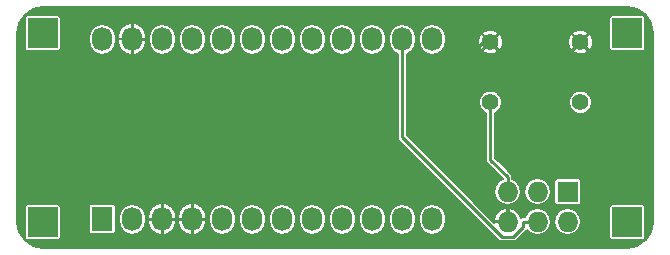
<source format=gbl>
%FSLAX34Y34*%
G04 Gerber Fmt 3.4, Leading zero omitted, Abs format*
G04 (created by PCBNEW (2014-03-19 BZR 4756)-product) date Wed 28 May 2014 22:47:49 BST*
%MOIN*%
G01*
G70*
G90*
G04 APERTURE LIST*
%ADD10C,0.005906*%
%ADD11C,0.055000*%
%ADD12O,0.068000X0.080000*%
%ADD13R,0.068000X0.080000*%
%ADD14R,0.068000X0.068000*%
%ADD15O,0.068000X0.068000*%
%ADD16R,0.098425X0.098425*%
%ADD17C,0.035000*%
%ADD18C,0.010000*%
%ADD19C,0.007087*%
G04 APERTURE END LIST*
G54D10*
G54D11*
X65901Y-43440D03*
X65901Y-41440D03*
X68901Y-43440D03*
X68901Y-41440D03*
G54D12*
X63964Y-47344D03*
X62964Y-47344D03*
X61964Y-47344D03*
X60964Y-47344D03*
X59964Y-47344D03*
X58964Y-47344D03*
X57964Y-47344D03*
X56964Y-47344D03*
X55964Y-47344D03*
X54964Y-47344D03*
X53964Y-47344D03*
G54D13*
X52964Y-47344D03*
G54D12*
X52964Y-41340D03*
X53964Y-41340D03*
X54964Y-41340D03*
X55964Y-41340D03*
X56964Y-41340D03*
X57964Y-41340D03*
X58964Y-41340D03*
X59964Y-41340D03*
X60964Y-41340D03*
X61964Y-41340D03*
X62964Y-41340D03*
X63964Y-41340D03*
G54D14*
X68480Y-46429D03*
G54D15*
X68480Y-47429D03*
X67480Y-46429D03*
X67480Y-47429D03*
X66480Y-46429D03*
X66480Y-47429D03*
G54D16*
X50984Y-41141D03*
X50984Y-47440D03*
X70472Y-41141D03*
X70472Y-47440D03*
G54D17*
X65157Y-44685D03*
X59251Y-42519D03*
G54D18*
X65901Y-45360D02*
X65901Y-43440D01*
X66480Y-45939D02*
X65901Y-45360D01*
X66480Y-46429D02*
X66480Y-45939D01*
X65901Y-41440D02*
X65645Y-41440D01*
X65645Y-41440D02*
X65157Y-41929D01*
X65157Y-41929D02*
X65157Y-44685D01*
X53964Y-41340D02*
X53964Y-42350D01*
X54133Y-42519D02*
X59251Y-42519D01*
X53964Y-42350D02*
X54133Y-42519D01*
X66480Y-47429D02*
X66480Y-46939D01*
X54455Y-47324D02*
X54474Y-47344D01*
X54455Y-41340D02*
X54455Y-47324D01*
X54964Y-47344D02*
X54474Y-47344D01*
X53964Y-41340D02*
X54455Y-41340D01*
X67823Y-42519D02*
X68901Y-41440D01*
X66979Y-42519D02*
X67823Y-42519D01*
X66979Y-46623D02*
X66979Y-42519D01*
X66664Y-46939D02*
X66979Y-46623D01*
X66480Y-46939D02*
X66664Y-46939D01*
X66979Y-42519D02*
X65901Y-41440D01*
X62964Y-44613D02*
X62964Y-41340D01*
X66280Y-47928D02*
X62964Y-44613D01*
X66674Y-47928D02*
X66280Y-47928D01*
X66990Y-47612D02*
X66674Y-47928D01*
X66990Y-47429D02*
X66990Y-47612D01*
X67480Y-47429D02*
X66990Y-47429D01*
G54D10*
G36*
X71330Y-47428D02*
X71263Y-47768D01*
X71077Y-48046D01*
X71070Y-48050D01*
X71070Y-47954D01*
X71070Y-47911D01*
X71070Y-46927D01*
X71070Y-41655D01*
X71070Y-41612D01*
X71070Y-40628D01*
X71054Y-40589D01*
X71024Y-40559D01*
X70985Y-40543D01*
X70943Y-40543D01*
X69959Y-40543D01*
X69920Y-40559D01*
X69890Y-40589D01*
X69874Y-40628D01*
X69874Y-40670D01*
X69874Y-41655D01*
X69890Y-41694D01*
X69920Y-41723D01*
X69959Y-41740D01*
X70001Y-41740D01*
X70985Y-41740D01*
X71024Y-41723D01*
X71054Y-41694D01*
X71070Y-41655D01*
X71070Y-46927D01*
X71054Y-46888D01*
X71024Y-46858D01*
X70985Y-46842D01*
X70943Y-46842D01*
X69959Y-46842D01*
X69920Y-46858D01*
X69890Y-46888D01*
X69874Y-46927D01*
X69874Y-46969D01*
X69874Y-47954D01*
X69890Y-47993D01*
X69920Y-48023D01*
X69959Y-48039D01*
X70001Y-48039D01*
X70985Y-48039D01*
X71024Y-48023D01*
X71054Y-47993D01*
X71070Y-47954D01*
X71070Y-48050D01*
X70799Y-48231D01*
X70460Y-48299D01*
X69310Y-48299D01*
X69310Y-41362D01*
X69249Y-41211D01*
X69246Y-41207D01*
X69182Y-41179D01*
X69162Y-41199D01*
X69162Y-41160D01*
X69135Y-41095D01*
X68985Y-41032D01*
X68822Y-41031D01*
X68672Y-41092D01*
X68667Y-41095D01*
X68640Y-41160D01*
X68901Y-41421D01*
X69162Y-41160D01*
X69162Y-41199D01*
X68921Y-41440D01*
X69182Y-41702D01*
X69246Y-41674D01*
X69309Y-41524D01*
X69310Y-41362D01*
X69310Y-48299D01*
X69282Y-48299D01*
X69282Y-43365D01*
X69225Y-43225D01*
X69162Y-43162D01*
X69162Y-41721D01*
X68901Y-41460D01*
X68882Y-41479D01*
X68882Y-41440D01*
X68620Y-41179D01*
X68556Y-41207D01*
X68493Y-41357D01*
X68492Y-41519D01*
X68553Y-41670D01*
X68556Y-41674D01*
X68620Y-41702D01*
X68882Y-41440D01*
X68882Y-41479D01*
X68640Y-41721D01*
X68667Y-41786D01*
X68817Y-41849D01*
X68980Y-41850D01*
X69131Y-41788D01*
X69135Y-41786D01*
X69162Y-41721D01*
X69162Y-43162D01*
X69117Y-43117D01*
X68977Y-43059D01*
X68826Y-43059D01*
X68685Y-43117D01*
X68578Y-43224D01*
X68520Y-43364D01*
X68520Y-43516D01*
X68578Y-43656D01*
X68685Y-43764D01*
X68825Y-43822D01*
X68977Y-43822D01*
X69117Y-43764D01*
X69224Y-43657D01*
X69282Y-43517D01*
X69282Y-43365D01*
X69282Y-48299D01*
X68935Y-48299D01*
X68935Y-47429D01*
X68926Y-47385D01*
X68926Y-46790D01*
X68926Y-46747D01*
X68926Y-46067D01*
X68910Y-46028D01*
X68880Y-45999D01*
X68841Y-45982D01*
X68799Y-45982D01*
X68119Y-45982D01*
X68080Y-45999D01*
X68050Y-46028D01*
X68034Y-46067D01*
X68034Y-46110D01*
X68034Y-46790D01*
X68050Y-46829D01*
X68080Y-46859D01*
X68119Y-46875D01*
X68161Y-46875D01*
X68841Y-46875D01*
X68880Y-46859D01*
X68910Y-46829D01*
X68926Y-46790D01*
X68926Y-47385D01*
X68901Y-47258D01*
X68804Y-47113D01*
X68659Y-47016D01*
X68489Y-46982D01*
X68471Y-46982D01*
X68300Y-47016D01*
X68155Y-47113D01*
X68059Y-47258D01*
X68025Y-47429D01*
X68059Y-47599D01*
X68155Y-47744D01*
X68300Y-47841D01*
X68471Y-47875D01*
X68489Y-47875D01*
X68659Y-47841D01*
X68804Y-47744D01*
X68901Y-47599D01*
X68935Y-47429D01*
X68935Y-48299D01*
X67935Y-48299D01*
X67935Y-47429D01*
X67935Y-46429D01*
X67901Y-46258D01*
X67804Y-46113D01*
X67659Y-46016D01*
X67489Y-45982D01*
X67471Y-45982D01*
X67300Y-46016D01*
X67155Y-46113D01*
X67059Y-46258D01*
X67025Y-46429D01*
X67059Y-46599D01*
X67155Y-46744D01*
X67300Y-46841D01*
X67471Y-46875D01*
X67489Y-46875D01*
X67659Y-46841D01*
X67804Y-46744D01*
X67901Y-46599D01*
X67935Y-46429D01*
X67935Y-47429D01*
X67901Y-47258D01*
X67804Y-47113D01*
X67659Y-47016D01*
X67489Y-46982D01*
X67471Y-46982D01*
X67300Y-47016D01*
X67155Y-47113D01*
X67059Y-47258D01*
X67056Y-47272D01*
X66990Y-47272D01*
X66935Y-47283D01*
X66935Y-46429D01*
X66901Y-46258D01*
X66804Y-46113D01*
X66659Y-46016D01*
X66636Y-46012D01*
X66636Y-45939D01*
X66624Y-45879D01*
X66590Y-45828D01*
X66310Y-45548D01*
X66310Y-41362D01*
X66249Y-41211D01*
X66246Y-41207D01*
X66182Y-41179D01*
X66162Y-41199D01*
X66162Y-41160D01*
X66135Y-41095D01*
X65985Y-41032D01*
X65822Y-41031D01*
X65672Y-41092D01*
X65667Y-41095D01*
X65640Y-41160D01*
X65901Y-41421D01*
X66162Y-41160D01*
X66162Y-41199D01*
X65921Y-41440D01*
X66182Y-41702D01*
X66246Y-41674D01*
X66309Y-41524D01*
X66310Y-41362D01*
X66310Y-45548D01*
X66057Y-45295D01*
X66057Y-43788D01*
X66117Y-43764D01*
X66224Y-43657D01*
X66282Y-43517D01*
X66282Y-43365D01*
X66225Y-43225D01*
X66162Y-43162D01*
X66162Y-41721D01*
X65901Y-41460D01*
X65882Y-41479D01*
X65882Y-41440D01*
X65620Y-41179D01*
X65556Y-41207D01*
X65493Y-41357D01*
X65492Y-41519D01*
X65553Y-41670D01*
X65556Y-41674D01*
X65620Y-41702D01*
X65882Y-41440D01*
X65882Y-41479D01*
X65640Y-41721D01*
X65667Y-41786D01*
X65817Y-41849D01*
X65980Y-41850D01*
X66131Y-41788D01*
X66135Y-41786D01*
X66162Y-41721D01*
X66162Y-43162D01*
X66117Y-43117D01*
X65977Y-43059D01*
X65826Y-43059D01*
X65685Y-43117D01*
X65578Y-43224D01*
X65520Y-43364D01*
X65520Y-43516D01*
X65578Y-43656D01*
X65685Y-43764D01*
X65745Y-43788D01*
X65745Y-45360D01*
X65757Y-45420D01*
X65791Y-45470D01*
X66324Y-46003D01*
X66324Y-46012D01*
X66300Y-46016D01*
X66155Y-46113D01*
X66059Y-46258D01*
X66025Y-46429D01*
X66059Y-46599D01*
X66155Y-46744D01*
X66300Y-46841D01*
X66471Y-46875D01*
X66489Y-46875D01*
X66659Y-46841D01*
X66804Y-46744D01*
X66901Y-46599D01*
X66935Y-46429D01*
X66935Y-47283D01*
X66930Y-47284D01*
X66925Y-47288D01*
X66871Y-47161D01*
X66739Y-47032D01*
X66568Y-46963D01*
X66494Y-46988D01*
X66494Y-47415D01*
X66501Y-47415D01*
X66501Y-47442D01*
X66494Y-47442D01*
X66494Y-47450D01*
X66466Y-47450D01*
X66466Y-47442D01*
X66466Y-47415D01*
X66466Y-46988D01*
X66392Y-46963D01*
X66221Y-47032D01*
X66089Y-47161D01*
X66016Y-47331D01*
X66014Y-47341D01*
X66040Y-47415D01*
X66466Y-47415D01*
X66466Y-47442D01*
X66040Y-47442D01*
X66033Y-47461D01*
X64411Y-45838D01*
X64411Y-41410D01*
X64411Y-41270D01*
X64377Y-41099D01*
X64280Y-40954D01*
X64135Y-40857D01*
X63964Y-40823D01*
X63794Y-40857D01*
X63649Y-40954D01*
X63552Y-41099D01*
X63518Y-41270D01*
X63518Y-41410D01*
X63552Y-41580D01*
X63649Y-41725D01*
X63794Y-41822D01*
X63964Y-41856D01*
X64135Y-41822D01*
X64280Y-41725D01*
X64377Y-41580D01*
X64411Y-41410D01*
X64411Y-45838D01*
X63121Y-44548D01*
X63121Y-41825D01*
X63135Y-41822D01*
X63280Y-41725D01*
X63377Y-41580D01*
X63411Y-41410D01*
X63411Y-41270D01*
X63377Y-41099D01*
X63280Y-40954D01*
X63135Y-40857D01*
X62964Y-40823D01*
X62794Y-40857D01*
X62649Y-40954D01*
X62552Y-41099D01*
X62518Y-41270D01*
X62518Y-41410D01*
X62552Y-41580D01*
X62649Y-41725D01*
X62794Y-41822D01*
X62808Y-41825D01*
X62808Y-44613D01*
X62820Y-44673D01*
X62854Y-44724D01*
X66169Y-48039D01*
X66220Y-48073D01*
X66280Y-48085D01*
X66674Y-48085D01*
X66674Y-48085D01*
X66734Y-48073D01*
X66784Y-48039D01*
X67100Y-47723D01*
X67100Y-47723D01*
X67121Y-47692D01*
X67155Y-47744D01*
X67300Y-47841D01*
X67471Y-47875D01*
X67489Y-47875D01*
X67659Y-47841D01*
X67804Y-47744D01*
X67901Y-47599D01*
X67935Y-47429D01*
X67935Y-48299D01*
X64411Y-48299D01*
X64411Y-47414D01*
X64411Y-47274D01*
X64377Y-47103D01*
X64280Y-46958D01*
X64135Y-46861D01*
X63964Y-46827D01*
X63794Y-46861D01*
X63649Y-46958D01*
X63552Y-47103D01*
X63518Y-47274D01*
X63518Y-47414D01*
X63552Y-47584D01*
X63649Y-47729D01*
X63794Y-47826D01*
X63964Y-47860D01*
X64135Y-47826D01*
X64280Y-47729D01*
X64377Y-47584D01*
X64411Y-47414D01*
X64411Y-48299D01*
X63411Y-48299D01*
X63411Y-47414D01*
X63411Y-47274D01*
X63377Y-47103D01*
X63280Y-46958D01*
X63135Y-46861D01*
X62964Y-46827D01*
X62794Y-46861D01*
X62649Y-46958D01*
X62552Y-47103D01*
X62518Y-47274D01*
X62518Y-47414D01*
X62552Y-47584D01*
X62649Y-47729D01*
X62794Y-47826D01*
X62964Y-47860D01*
X63135Y-47826D01*
X63280Y-47729D01*
X63377Y-47584D01*
X63411Y-47414D01*
X63411Y-48299D01*
X62411Y-48299D01*
X62411Y-47414D01*
X62411Y-47274D01*
X62411Y-41410D01*
X62411Y-41270D01*
X62377Y-41099D01*
X62280Y-40954D01*
X62135Y-40857D01*
X61964Y-40823D01*
X61794Y-40857D01*
X61649Y-40954D01*
X61552Y-41099D01*
X61518Y-41270D01*
X61518Y-41410D01*
X61552Y-41580D01*
X61649Y-41725D01*
X61794Y-41822D01*
X61964Y-41856D01*
X62135Y-41822D01*
X62280Y-41725D01*
X62377Y-41580D01*
X62411Y-41410D01*
X62411Y-47274D01*
X62377Y-47103D01*
X62280Y-46958D01*
X62135Y-46861D01*
X61964Y-46827D01*
X61794Y-46861D01*
X61649Y-46958D01*
X61552Y-47103D01*
X61518Y-47274D01*
X61518Y-47414D01*
X61552Y-47584D01*
X61649Y-47729D01*
X61794Y-47826D01*
X61964Y-47860D01*
X62135Y-47826D01*
X62280Y-47729D01*
X62377Y-47584D01*
X62411Y-47414D01*
X62411Y-48299D01*
X61411Y-48299D01*
X61411Y-47414D01*
X61411Y-47274D01*
X61411Y-41410D01*
X61411Y-41270D01*
X61377Y-41099D01*
X61280Y-40954D01*
X61135Y-40857D01*
X60964Y-40823D01*
X60794Y-40857D01*
X60649Y-40954D01*
X60552Y-41099D01*
X60518Y-41270D01*
X60518Y-41410D01*
X60552Y-41580D01*
X60649Y-41725D01*
X60794Y-41822D01*
X60964Y-41856D01*
X61135Y-41822D01*
X61280Y-41725D01*
X61377Y-41580D01*
X61411Y-41410D01*
X61411Y-47274D01*
X61377Y-47103D01*
X61280Y-46958D01*
X61135Y-46861D01*
X60964Y-46827D01*
X60794Y-46861D01*
X60649Y-46958D01*
X60552Y-47103D01*
X60518Y-47274D01*
X60518Y-47414D01*
X60552Y-47584D01*
X60649Y-47729D01*
X60794Y-47826D01*
X60964Y-47860D01*
X61135Y-47826D01*
X61280Y-47729D01*
X61377Y-47584D01*
X61411Y-47414D01*
X61411Y-48299D01*
X60411Y-48299D01*
X60411Y-47414D01*
X60411Y-47274D01*
X60411Y-41410D01*
X60411Y-41270D01*
X60377Y-41099D01*
X60280Y-40954D01*
X60135Y-40857D01*
X59964Y-40823D01*
X59794Y-40857D01*
X59649Y-40954D01*
X59552Y-41099D01*
X59518Y-41270D01*
X59518Y-41410D01*
X59552Y-41580D01*
X59649Y-41725D01*
X59794Y-41822D01*
X59964Y-41856D01*
X60135Y-41822D01*
X60280Y-41725D01*
X60377Y-41580D01*
X60411Y-41410D01*
X60411Y-47274D01*
X60377Y-47103D01*
X60280Y-46958D01*
X60135Y-46861D01*
X59964Y-46827D01*
X59794Y-46861D01*
X59649Y-46958D01*
X59552Y-47103D01*
X59518Y-47274D01*
X59518Y-47414D01*
X59552Y-47584D01*
X59649Y-47729D01*
X59794Y-47826D01*
X59964Y-47860D01*
X60135Y-47826D01*
X60280Y-47729D01*
X60377Y-47584D01*
X60411Y-47414D01*
X60411Y-48299D01*
X59411Y-48299D01*
X59411Y-47414D01*
X59411Y-47274D01*
X59411Y-41410D01*
X59411Y-41270D01*
X59377Y-41099D01*
X59280Y-40954D01*
X59135Y-40857D01*
X58964Y-40823D01*
X58794Y-40857D01*
X58649Y-40954D01*
X58552Y-41099D01*
X58518Y-41270D01*
X58518Y-41410D01*
X58552Y-41580D01*
X58649Y-41725D01*
X58794Y-41822D01*
X58964Y-41856D01*
X59135Y-41822D01*
X59280Y-41725D01*
X59377Y-41580D01*
X59411Y-41410D01*
X59411Y-47274D01*
X59377Y-47103D01*
X59280Y-46958D01*
X59135Y-46861D01*
X58964Y-46827D01*
X58794Y-46861D01*
X58649Y-46958D01*
X58552Y-47103D01*
X58518Y-47274D01*
X58518Y-47414D01*
X58552Y-47584D01*
X58649Y-47729D01*
X58794Y-47826D01*
X58964Y-47860D01*
X59135Y-47826D01*
X59280Y-47729D01*
X59377Y-47584D01*
X59411Y-47414D01*
X59411Y-48299D01*
X58411Y-48299D01*
X58411Y-47414D01*
X58411Y-47274D01*
X58411Y-41410D01*
X58411Y-41270D01*
X58377Y-41099D01*
X58280Y-40954D01*
X58135Y-40857D01*
X57964Y-40823D01*
X57794Y-40857D01*
X57649Y-40954D01*
X57552Y-41099D01*
X57518Y-41270D01*
X57518Y-41410D01*
X57552Y-41580D01*
X57649Y-41725D01*
X57794Y-41822D01*
X57964Y-41856D01*
X58135Y-41822D01*
X58280Y-41725D01*
X58377Y-41580D01*
X58411Y-41410D01*
X58411Y-47274D01*
X58377Y-47103D01*
X58280Y-46958D01*
X58135Y-46861D01*
X57964Y-46827D01*
X57794Y-46861D01*
X57649Y-46958D01*
X57552Y-47103D01*
X57518Y-47274D01*
X57518Y-47414D01*
X57552Y-47584D01*
X57649Y-47729D01*
X57794Y-47826D01*
X57964Y-47860D01*
X58135Y-47826D01*
X58280Y-47729D01*
X58377Y-47584D01*
X58411Y-47414D01*
X58411Y-48299D01*
X57411Y-48299D01*
X57411Y-47414D01*
X57411Y-47274D01*
X57411Y-41410D01*
X57411Y-41270D01*
X57377Y-41099D01*
X57280Y-40954D01*
X57135Y-40857D01*
X56964Y-40823D01*
X56794Y-40857D01*
X56649Y-40954D01*
X56552Y-41099D01*
X56518Y-41270D01*
X56518Y-41410D01*
X56552Y-41580D01*
X56649Y-41725D01*
X56794Y-41822D01*
X56964Y-41856D01*
X57135Y-41822D01*
X57280Y-41725D01*
X57377Y-41580D01*
X57411Y-41410D01*
X57411Y-47274D01*
X57377Y-47103D01*
X57280Y-46958D01*
X57135Y-46861D01*
X56964Y-46827D01*
X56794Y-46861D01*
X56649Y-46958D01*
X56552Y-47103D01*
X56518Y-47274D01*
X56518Y-47414D01*
X56552Y-47584D01*
X56649Y-47729D01*
X56794Y-47826D01*
X56964Y-47860D01*
X57135Y-47826D01*
X57280Y-47729D01*
X57377Y-47584D01*
X57411Y-47414D01*
X57411Y-48299D01*
X56438Y-48299D01*
X56438Y-47417D01*
X56438Y-47357D01*
X56438Y-47330D01*
X56438Y-47270D01*
X56411Y-47150D01*
X56411Y-41410D01*
X56411Y-41270D01*
X56377Y-41099D01*
X56280Y-40954D01*
X56135Y-40857D01*
X55964Y-40823D01*
X55794Y-40857D01*
X55649Y-40954D01*
X55552Y-41099D01*
X55518Y-41270D01*
X55518Y-41410D01*
X55552Y-41580D01*
X55649Y-41725D01*
X55794Y-41822D01*
X55964Y-41856D01*
X56135Y-41822D01*
X56280Y-41725D01*
X56377Y-41580D01*
X56411Y-41410D01*
X56411Y-47150D01*
X56397Y-47090D01*
X56290Y-46939D01*
X56133Y-46841D01*
X56052Y-46818D01*
X55978Y-46843D01*
X55978Y-47330D01*
X56438Y-47330D01*
X56438Y-47357D01*
X55978Y-47357D01*
X55978Y-47844D01*
X56052Y-47869D01*
X56133Y-47847D01*
X56290Y-47748D01*
X56397Y-47598D01*
X56438Y-47417D01*
X56438Y-48299D01*
X55951Y-48299D01*
X55951Y-47844D01*
X55951Y-47357D01*
X55951Y-47330D01*
X55951Y-46843D01*
X55877Y-46818D01*
X55796Y-46841D01*
X55639Y-46939D01*
X55532Y-47090D01*
X55491Y-47270D01*
X55491Y-47330D01*
X55951Y-47330D01*
X55951Y-47357D01*
X55491Y-47357D01*
X55491Y-47417D01*
X55532Y-47598D01*
X55639Y-47748D01*
X55796Y-47847D01*
X55877Y-47869D01*
X55951Y-47844D01*
X55951Y-48299D01*
X55438Y-48299D01*
X55438Y-47417D01*
X55438Y-47357D01*
X55438Y-47330D01*
X55438Y-47270D01*
X55411Y-47150D01*
X55411Y-41410D01*
X55411Y-41270D01*
X55377Y-41099D01*
X55280Y-40954D01*
X55135Y-40857D01*
X54964Y-40823D01*
X54794Y-40857D01*
X54649Y-40954D01*
X54552Y-41099D01*
X54518Y-41270D01*
X54518Y-41410D01*
X54552Y-41580D01*
X54649Y-41725D01*
X54794Y-41822D01*
X54964Y-41856D01*
X55135Y-41822D01*
X55280Y-41725D01*
X55377Y-41580D01*
X55411Y-41410D01*
X55411Y-47150D01*
X55397Y-47090D01*
X55290Y-46939D01*
X55133Y-46841D01*
X55052Y-46818D01*
X54978Y-46843D01*
X54978Y-47330D01*
X55438Y-47330D01*
X55438Y-47357D01*
X54978Y-47357D01*
X54978Y-47844D01*
X55052Y-47869D01*
X55133Y-47847D01*
X55290Y-47748D01*
X55397Y-47598D01*
X55438Y-47417D01*
X55438Y-48299D01*
X54951Y-48299D01*
X54951Y-47844D01*
X54951Y-47357D01*
X54951Y-47330D01*
X54951Y-46843D01*
X54877Y-46818D01*
X54796Y-46841D01*
X54639Y-46939D01*
X54532Y-47090D01*
X54491Y-47270D01*
X54491Y-47330D01*
X54951Y-47330D01*
X54951Y-47357D01*
X54491Y-47357D01*
X54491Y-47417D01*
X54532Y-47598D01*
X54639Y-47748D01*
X54796Y-47847D01*
X54877Y-47869D01*
X54951Y-47844D01*
X54951Y-48299D01*
X54438Y-48299D01*
X54438Y-41413D01*
X54438Y-41353D01*
X54438Y-41326D01*
X54438Y-41266D01*
X54397Y-41086D01*
X54290Y-40935D01*
X54133Y-40837D01*
X54052Y-40814D01*
X53978Y-40839D01*
X53978Y-41326D01*
X54438Y-41326D01*
X54438Y-41353D01*
X53978Y-41353D01*
X53978Y-41840D01*
X54052Y-41865D01*
X54133Y-41843D01*
X54290Y-41744D01*
X54397Y-41594D01*
X54438Y-41413D01*
X54438Y-48299D01*
X54411Y-48299D01*
X54411Y-47414D01*
X54411Y-47274D01*
X54377Y-47103D01*
X54280Y-46958D01*
X54135Y-46861D01*
X53964Y-46827D01*
X53951Y-46830D01*
X53951Y-41840D01*
X53951Y-41353D01*
X53951Y-41326D01*
X53951Y-40839D01*
X53877Y-40814D01*
X53796Y-40837D01*
X53639Y-40935D01*
X53532Y-41086D01*
X53491Y-41266D01*
X53491Y-41326D01*
X53951Y-41326D01*
X53951Y-41353D01*
X53491Y-41353D01*
X53491Y-41413D01*
X53532Y-41594D01*
X53639Y-41744D01*
X53796Y-41843D01*
X53877Y-41865D01*
X53951Y-41840D01*
X53951Y-46830D01*
X53794Y-46861D01*
X53649Y-46958D01*
X53552Y-47103D01*
X53518Y-47274D01*
X53518Y-47414D01*
X53552Y-47584D01*
X53649Y-47729D01*
X53794Y-47826D01*
X53964Y-47860D01*
X54135Y-47826D01*
X54280Y-47729D01*
X54377Y-47584D01*
X54411Y-47414D01*
X54411Y-48299D01*
X53411Y-48299D01*
X53411Y-47765D01*
X53411Y-47722D01*
X53411Y-46922D01*
X53411Y-41410D01*
X53411Y-41270D01*
X53377Y-41099D01*
X53280Y-40954D01*
X53135Y-40857D01*
X52964Y-40823D01*
X52794Y-40857D01*
X52649Y-40954D01*
X52552Y-41099D01*
X52518Y-41270D01*
X52518Y-41410D01*
X52552Y-41580D01*
X52649Y-41725D01*
X52794Y-41822D01*
X52964Y-41856D01*
X53135Y-41822D01*
X53280Y-41725D01*
X53377Y-41580D01*
X53411Y-41410D01*
X53411Y-46922D01*
X53395Y-46883D01*
X53365Y-46853D01*
X53326Y-46837D01*
X53283Y-46837D01*
X52603Y-46837D01*
X52564Y-46853D01*
X52534Y-46883D01*
X52518Y-46922D01*
X52518Y-46965D01*
X52518Y-47765D01*
X52534Y-47804D01*
X52564Y-47834D01*
X52603Y-47850D01*
X52646Y-47850D01*
X53326Y-47850D01*
X53365Y-47834D01*
X53395Y-47804D01*
X53411Y-47765D01*
X53411Y-48299D01*
X51582Y-48299D01*
X51582Y-47954D01*
X51582Y-47911D01*
X51582Y-46927D01*
X51582Y-41655D01*
X51582Y-41612D01*
X51582Y-40628D01*
X51566Y-40589D01*
X51536Y-40559D01*
X51497Y-40543D01*
X51455Y-40543D01*
X50470Y-40543D01*
X50431Y-40559D01*
X50402Y-40589D01*
X50385Y-40628D01*
X50385Y-40670D01*
X50385Y-41655D01*
X50402Y-41694D01*
X50431Y-41723D01*
X50470Y-41740D01*
X50513Y-41740D01*
X51497Y-41740D01*
X51536Y-41723D01*
X51566Y-41694D01*
X51582Y-41655D01*
X51582Y-46927D01*
X51566Y-46888D01*
X51536Y-46858D01*
X51497Y-46842D01*
X51455Y-46842D01*
X50470Y-46842D01*
X50431Y-46858D01*
X50402Y-46888D01*
X50385Y-46927D01*
X50385Y-46969D01*
X50385Y-47954D01*
X50402Y-47993D01*
X50431Y-48023D01*
X50470Y-48039D01*
X50513Y-48039D01*
X51497Y-48039D01*
X51536Y-48023D01*
X51566Y-47993D01*
X51582Y-47954D01*
X51582Y-48299D01*
X50996Y-48299D01*
X50656Y-48231D01*
X50379Y-48046D01*
X50193Y-47768D01*
X50125Y-47428D01*
X50125Y-41535D01*
X50125Y-41154D01*
X50193Y-40814D01*
X50379Y-40536D01*
X50656Y-40351D01*
X50996Y-40283D01*
X70460Y-40283D01*
X70799Y-40351D01*
X71077Y-40536D01*
X71263Y-40814D01*
X71330Y-41154D01*
X71330Y-41535D01*
X71330Y-47428D01*
X71330Y-47428D01*
G37*
G54D19*
X71330Y-47428D02*
X71263Y-47768D01*
X71077Y-48046D01*
X71070Y-48050D01*
X71070Y-47954D01*
X71070Y-47911D01*
X71070Y-46927D01*
X71070Y-41655D01*
X71070Y-41612D01*
X71070Y-40628D01*
X71054Y-40589D01*
X71024Y-40559D01*
X70985Y-40543D01*
X70943Y-40543D01*
X69959Y-40543D01*
X69920Y-40559D01*
X69890Y-40589D01*
X69874Y-40628D01*
X69874Y-40670D01*
X69874Y-41655D01*
X69890Y-41694D01*
X69920Y-41723D01*
X69959Y-41740D01*
X70001Y-41740D01*
X70985Y-41740D01*
X71024Y-41723D01*
X71054Y-41694D01*
X71070Y-41655D01*
X71070Y-46927D01*
X71054Y-46888D01*
X71024Y-46858D01*
X70985Y-46842D01*
X70943Y-46842D01*
X69959Y-46842D01*
X69920Y-46858D01*
X69890Y-46888D01*
X69874Y-46927D01*
X69874Y-46969D01*
X69874Y-47954D01*
X69890Y-47993D01*
X69920Y-48023D01*
X69959Y-48039D01*
X70001Y-48039D01*
X70985Y-48039D01*
X71024Y-48023D01*
X71054Y-47993D01*
X71070Y-47954D01*
X71070Y-48050D01*
X70799Y-48231D01*
X70460Y-48299D01*
X69310Y-48299D01*
X69310Y-41362D01*
X69249Y-41211D01*
X69246Y-41207D01*
X69182Y-41179D01*
X69162Y-41199D01*
X69162Y-41160D01*
X69135Y-41095D01*
X68985Y-41032D01*
X68822Y-41031D01*
X68672Y-41092D01*
X68667Y-41095D01*
X68640Y-41160D01*
X68901Y-41421D01*
X69162Y-41160D01*
X69162Y-41199D01*
X68921Y-41440D01*
X69182Y-41702D01*
X69246Y-41674D01*
X69309Y-41524D01*
X69310Y-41362D01*
X69310Y-48299D01*
X69282Y-48299D01*
X69282Y-43365D01*
X69225Y-43225D01*
X69162Y-43162D01*
X69162Y-41721D01*
X68901Y-41460D01*
X68882Y-41479D01*
X68882Y-41440D01*
X68620Y-41179D01*
X68556Y-41207D01*
X68493Y-41357D01*
X68492Y-41519D01*
X68553Y-41670D01*
X68556Y-41674D01*
X68620Y-41702D01*
X68882Y-41440D01*
X68882Y-41479D01*
X68640Y-41721D01*
X68667Y-41786D01*
X68817Y-41849D01*
X68980Y-41850D01*
X69131Y-41788D01*
X69135Y-41786D01*
X69162Y-41721D01*
X69162Y-43162D01*
X69117Y-43117D01*
X68977Y-43059D01*
X68826Y-43059D01*
X68685Y-43117D01*
X68578Y-43224D01*
X68520Y-43364D01*
X68520Y-43516D01*
X68578Y-43656D01*
X68685Y-43764D01*
X68825Y-43822D01*
X68977Y-43822D01*
X69117Y-43764D01*
X69224Y-43657D01*
X69282Y-43517D01*
X69282Y-43365D01*
X69282Y-48299D01*
X68935Y-48299D01*
X68935Y-47429D01*
X68926Y-47385D01*
X68926Y-46790D01*
X68926Y-46747D01*
X68926Y-46067D01*
X68910Y-46028D01*
X68880Y-45999D01*
X68841Y-45982D01*
X68799Y-45982D01*
X68119Y-45982D01*
X68080Y-45999D01*
X68050Y-46028D01*
X68034Y-46067D01*
X68034Y-46110D01*
X68034Y-46790D01*
X68050Y-46829D01*
X68080Y-46859D01*
X68119Y-46875D01*
X68161Y-46875D01*
X68841Y-46875D01*
X68880Y-46859D01*
X68910Y-46829D01*
X68926Y-46790D01*
X68926Y-47385D01*
X68901Y-47258D01*
X68804Y-47113D01*
X68659Y-47016D01*
X68489Y-46982D01*
X68471Y-46982D01*
X68300Y-47016D01*
X68155Y-47113D01*
X68059Y-47258D01*
X68025Y-47429D01*
X68059Y-47599D01*
X68155Y-47744D01*
X68300Y-47841D01*
X68471Y-47875D01*
X68489Y-47875D01*
X68659Y-47841D01*
X68804Y-47744D01*
X68901Y-47599D01*
X68935Y-47429D01*
X68935Y-48299D01*
X67935Y-48299D01*
X67935Y-47429D01*
X67935Y-46429D01*
X67901Y-46258D01*
X67804Y-46113D01*
X67659Y-46016D01*
X67489Y-45982D01*
X67471Y-45982D01*
X67300Y-46016D01*
X67155Y-46113D01*
X67059Y-46258D01*
X67025Y-46429D01*
X67059Y-46599D01*
X67155Y-46744D01*
X67300Y-46841D01*
X67471Y-46875D01*
X67489Y-46875D01*
X67659Y-46841D01*
X67804Y-46744D01*
X67901Y-46599D01*
X67935Y-46429D01*
X67935Y-47429D01*
X67901Y-47258D01*
X67804Y-47113D01*
X67659Y-47016D01*
X67489Y-46982D01*
X67471Y-46982D01*
X67300Y-47016D01*
X67155Y-47113D01*
X67059Y-47258D01*
X67056Y-47272D01*
X66990Y-47272D01*
X66935Y-47283D01*
X66935Y-46429D01*
X66901Y-46258D01*
X66804Y-46113D01*
X66659Y-46016D01*
X66636Y-46012D01*
X66636Y-45939D01*
X66624Y-45879D01*
X66590Y-45828D01*
X66310Y-45548D01*
X66310Y-41362D01*
X66249Y-41211D01*
X66246Y-41207D01*
X66182Y-41179D01*
X66162Y-41199D01*
X66162Y-41160D01*
X66135Y-41095D01*
X65985Y-41032D01*
X65822Y-41031D01*
X65672Y-41092D01*
X65667Y-41095D01*
X65640Y-41160D01*
X65901Y-41421D01*
X66162Y-41160D01*
X66162Y-41199D01*
X65921Y-41440D01*
X66182Y-41702D01*
X66246Y-41674D01*
X66309Y-41524D01*
X66310Y-41362D01*
X66310Y-45548D01*
X66057Y-45295D01*
X66057Y-43788D01*
X66117Y-43764D01*
X66224Y-43657D01*
X66282Y-43517D01*
X66282Y-43365D01*
X66225Y-43225D01*
X66162Y-43162D01*
X66162Y-41721D01*
X65901Y-41460D01*
X65882Y-41479D01*
X65882Y-41440D01*
X65620Y-41179D01*
X65556Y-41207D01*
X65493Y-41357D01*
X65492Y-41519D01*
X65553Y-41670D01*
X65556Y-41674D01*
X65620Y-41702D01*
X65882Y-41440D01*
X65882Y-41479D01*
X65640Y-41721D01*
X65667Y-41786D01*
X65817Y-41849D01*
X65980Y-41850D01*
X66131Y-41788D01*
X66135Y-41786D01*
X66162Y-41721D01*
X66162Y-43162D01*
X66117Y-43117D01*
X65977Y-43059D01*
X65826Y-43059D01*
X65685Y-43117D01*
X65578Y-43224D01*
X65520Y-43364D01*
X65520Y-43516D01*
X65578Y-43656D01*
X65685Y-43764D01*
X65745Y-43788D01*
X65745Y-45360D01*
X65757Y-45420D01*
X65791Y-45470D01*
X66324Y-46003D01*
X66324Y-46012D01*
X66300Y-46016D01*
X66155Y-46113D01*
X66059Y-46258D01*
X66025Y-46429D01*
X66059Y-46599D01*
X66155Y-46744D01*
X66300Y-46841D01*
X66471Y-46875D01*
X66489Y-46875D01*
X66659Y-46841D01*
X66804Y-46744D01*
X66901Y-46599D01*
X66935Y-46429D01*
X66935Y-47283D01*
X66930Y-47284D01*
X66925Y-47288D01*
X66871Y-47161D01*
X66739Y-47032D01*
X66568Y-46963D01*
X66494Y-46988D01*
X66494Y-47415D01*
X66501Y-47415D01*
X66501Y-47442D01*
X66494Y-47442D01*
X66494Y-47450D01*
X66466Y-47450D01*
X66466Y-47442D01*
X66466Y-47415D01*
X66466Y-46988D01*
X66392Y-46963D01*
X66221Y-47032D01*
X66089Y-47161D01*
X66016Y-47331D01*
X66014Y-47341D01*
X66040Y-47415D01*
X66466Y-47415D01*
X66466Y-47442D01*
X66040Y-47442D01*
X66033Y-47461D01*
X64411Y-45838D01*
X64411Y-41410D01*
X64411Y-41270D01*
X64377Y-41099D01*
X64280Y-40954D01*
X64135Y-40857D01*
X63964Y-40823D01*
X63794Y-40857D01*
X63649Y-40954D01*
X63552Y-41099D01*
X63518Y-41270D01*
X63518Y-41410D01*
X63552Y-41580D01*
X63649Y-41725D01*
X63794Y-41822D01*
X63964Y-41856D01*
X64135Y-41822D01*
X64280Y-41725D01*
X64377Y-41580D01*
X64411Y-41410D01*
X64411Y-45838D01*
X63121Y-44548D01*
X63121Y-41825D01*
X63135Y-41822D01*
X63280Y-41725D01*
X63377Y-41580D01*
X63411Y-41410D01*
X63411Y-41270D01*
X63377Y-41099D01*
X63280Y-40954D01*
X63135Y-40857D01*
X62964Y-40823D01*
X62794Y-40857D01*
X62649Y-40954D01*
X62552Y-41099D01*
X62518Y-41270D01*
X62518Y-41410D01*
X62552Y-41580D01*
X62649Y-41725D01*
X62794Y-41822D01*
X62808Y-41825D01*
X62808Y-44613D01*
X62820Y-44673D01*
X62854Y-44724D01*
X66169Y-48039D01*
X66220Y-48073D01*
X66280Y-48085D01*
X66674Y-48085D01*
X66674Y-48085D01*
X66734Y-48073D01*
X66784Y-48039D01*
X67100Y-47723D01*
X67100Y-47723D01*
X67121Y-47692D01*
X67155Y-47744D01*
X67300Y-47841D01*
X67471Y-47875D01*
X67489Y-47875D01*
X67659Y-47841D01*
X67804Y-47744D01*
X67901Y-47599D01*
X67935Y-47429D01*
X67935Y-48299D01*
X64411Y-48299D01*
X64411Y-47414D01*
X64411Y-47274D01*
X64377Y-47103D01*
X64280Y-46958D01*
X64135Y-46861D01*
X63964Y-46827D01*
X63794Y-46861D01*
X63649Y-46958D01*
X63552Y-47103D01*
X63518Y-47274D01*
X63518Y-47414D01*
X63552Y-47584D01*
X63649Y-47729D01*
X63794Y-47826D01*
X63964Y-47860D01*
X64135Y-47826D01*
X64280Y-47729D01*
X64377Y-47584D01*
X64411Y-47414D01*
X64411Y-48299D01*
X63411Y-48299D01*
X63411Y-47414D01*
X63411Y-47274D01*
X63377Y-47103D01*
X63280Y-46958D01*
X63135Y-46861D01*
X62964Y-46827D01*
X62794Y-46861D01*
X62649Y-46958D01*
X62552Y-47103D01*
X62518Y-47274D01*
X62518Y-47414D01*
X62552Y-47584D01*
X62649Y-47729D01*
X62794Y-47826D01*
X62964Y-47860D01*
X63135Y-47826D01*
X63280Y-47729D01*
X63377Y-47584D01*
X63411Y-47414D01*
X63411Y-48299D01*
X62411Y-48299D01*
X62411Y-47414D01*
X62411Y-47274D01*
X62411Y-41410D01*
X62411Y-41270D01*
X62377Y-41099D01*
X62280Y-40954D01*
X62135Y-40857D01*
X61964Y-40823D01*
X61794Y-40857D01*
X61649Y-40954D01*
X61552Y-41099D01*
X61518Y-41270D01*
X61518Y-41410D01*
X61552Y-41580D01*
X61649Y-41725D01*
X61794Y-41822D01*
X61964Y-41856D01*
X62135Y-41822D01*
X62280Y-41725D01*
X62377Y-41580D01*
X62411Y-41410D01*
X62411Y-47274D01*
X62377Y-47103D01*
X62280Y-46958D01*
X62135Y-46861D01*
X61964Y-46827D01*
X61794Y-46861D01*
X61649Y-46958D01*
X61552Y-47103D01*
X61518Y-47274D01*
X61518Y-47414D01*
X61552Y-47584D01*
X61649Y-47729D01*
X61794Y-47826D01*
X61964Y-47860D01*
X62135Y-47826D01*
X62280Y-47729D01*
X62377Y-47584D01*
X62411Y-47414D01*
X62411Y-48299D01*
X61411Y-48299D01*
X61411Y-47414D01*
X61411Y-47274D01*
X61411Y-41410D01*
X61411Y-41270D01*
X61377Y-41099D01*
X61280Y-40954D01*
X61135Y-40857D01*
X60964Y-40823D01*
X60794Y-40857D01*
X60649Y-40954D01*
X60552Y-41099D01*
X60518Y-41270D01*
X60518Y-41410D01*
X60552Y-41580D01*
X60649Y-41725D01*
X60794Y-41822D01*
X60964Y-41856D01*
X61135Y-41822D01*
X61280Y-41725D01*
X61377Y-41580D01*
X61411Y-41410D01*
X61411Y-47274D01*
X61377Y-47103D01*
X61280Y-46958D01*
X61135Y-46861D01*
X60964Y-46827D01*
X60794Y-46861D01*
X60649Y-46958D01*
X60552Y-47103D01*
X60518Y-47274D01*
X60518Y-47414D01*
X60552Y-47584D01*
X60649Y-47729D01*
X60794Y-47826D01*
X60964Y-47860D01*
X61135Y-47826D01*
X61280Y-47729D01*
X61377Y-47584D01*
X61411Y-47414D01*
X61411Y-48299D01*
X60411Y-48299D01*
X60411Y-47414D01*
X60411Y-47274D01*
X60411Y-41410D01*
X60411Y-41270D01*
X60377Y-41099D01*
X60280Y-40954D01*
X60135Y-40857D01*
X59964Y-40823D01*
X59794Y-40857D01*
X59649Y-40954D01*
X59552Y-41099D01*
X59518Y-41270D01*
X59518Y-41410D01*
X59552Y-41580D01*
X59649Y-41725D01*
X59794Y-41822D01*
X59964Y-41856D01*
X60135Y-41822D01*
X60280Y-41725D01*
X60377Y-41580D01*
X60411Y-41410D01*
X60411Y-47274D01*
X60377Y-47103D01*
X60280Y-46958D01*
X60135Y-46861D01*
X59964Y-46827D01*
X59794Y-46861D01*
X59649Y-46958D01*
X59552Y-47103D01*
X59518Y-47274D01*
X59518Y-47414D01*
X59552Y-47584D01*
X59649Y-47729D01*
X59794Y-47826D01*
X59964Y-47860D01*
X60135Y-47826D01*
X60280Y-47729D01*
X60377Y-47584D01*
X60411Y-47414D01*
X60411Y-48299D01*
X59411Y-48299D01*
X59411Y-47414D01*
X59411Y-47274D01*
X59411Y-41410D01*
X59411Y-41270D01*
X59377Y-41099D01*
X59280Y-40954D01*
X59135Y-40857D01*
X58964Y-40823D01*
X58794Y-40857D01*
X58649Y-40954D01*
X58552Y-41099D01*
X58518Y-41270D01*
X58518Y-41410D01*
X58552Y-41580D01*
X58649Y-41725D01*
X58794Y-41822D01*
X58964Y-41856D01*
X59135Y-41822D01*
X59280Y-41725D01*
X59377Y-41580D01*
X59411Y-41410D01*
X59411Y-47274D01*
X59377Y-47103D01*
X59280Y-46958D01*
X59135Y-46861D01*
X58964Y-46827D01*
X58794Y-46861D01*
X58649Y-46958D01*
X58552Y-47103D01*
X58518Y-47274D01*
X58518Y-47414D01*
X58552Y-47584D01*
X58649Y-47729D01*
X58794Y-47826D01*
X58964Y-47860D01*
X59135Y-47826D01*
X59280Y-47729D01*
X59377Y-47584D01*
X59411Y-47414D01*
X59411Y-48299D01*
X58411Y-48299D01*
X58411Y-47414D01*
X58411Y-47274D01*
X58411Y-41410D01*
X58411Y-41270D01*
X58377Y-41099D01*
X58280Y-40954D01*
X58135Y-40857D01*
X57964Y-40823D01*
X57794Y-40857D01*
X57649Y-40954D01*
X57552Y-41099D01*
X57518Y-41270D01*
X57518Y-41410D01*
X57552Y-41580D01*
X57649Y-41725D01*
X57794Y-41822D01*
X57964Y-41856D01*
X58135Y-41822D01*
X58280Y-41725D01*
X58377Y-41580D01*
X58411Y-41410D01*
X58411Y-47274D01*
X58377Y-47103D01*
X58280Y-46958D01*
X58135Y-46861D01*
X57964Y-46827D01*
X57794Y-46861D01*
X57649Y-46958D01*
X57552Y-47103D01*
X57518Y-47274D01*
X57518Y-47414D01*
X57552Y-47584D01*
X57649Y-47729D01*
X57794Y-47826D01*
X57964Y-47860D01*
X58135Y-47826D01*
X58280Y-47729D01*
X58377Y-47584D01*
X58411Y-47414D01*
X58411Y-48299D01*
X57411Y-48299D01*
X57411Y-47414D01*
X57411Y-47274D01*
X57411Y-41410D01*
X57411Y-41270D01*
X57377Y-41099D01*
X57280Y-40954D01*
X57135Y-40857D01*
X56964Y-40823D01*
X56794Y-40857D01*
X56649Y-40954D01*
X56552Y-41099D01*
X56518Y-41270D01*
X56518Y-41410D01*
X56552Y-41580D01*
X56649Y-41725D01*
X56794Y-41822D01*
X56964Y-41856D01*
X57135Y-41822D01*
X57280Y-41725D01*
X57377Y-41580D01*
X57411Y-41410D01*
X57411Y-47274D01*
X57377Y-47103D01*
X57280Y-46958D01*
X57135Y-46861D01*
X56964Y-46827D01*
X56794Y-46861D01*
X56649Y-46958D01*
X56552Y-47103D01*
X56518Y-47274D01*
X56518Y-47414D01*
X56552Y-47584D01*
X56649Y-47729D01*
X56794Y-47826D01*
X56964Y-47860D01*
X57135Y-47826D01*
X57280Y-47729D01*
X57377Y-47584D01*
X57411Y-47414D01*
X57411Y-48299D01*
X56438Y-48299D01*
X56438Y-47417D01*
X56438Y-47357D01*
X56438Y-47330D01*
X56438Y-47270D01*
X56411Y-47150D01*
X56411Y-41410D01*
X56411Y-41270D01*
X56377Y-41099D01*
X56280Y-40954D01*
X56135Y-40857D01*
X55964Y-40823D01*
X55794Y-40857D01*
X55649Y-40954D01*
X55552Y-41099D01*
X55518Y-41270D01*
X55518Y-41410D01*
X55552Y-41580D01*
X55649Y-41725D01*
X55794Y-41822D01*
X55964Y-41856D01*
X56135Y-41822D01*
X56280Y-41725D01*
X56377Y-41580D01*
X56411Y-41410D01*
X56411Y-47150D01*
X56397Y-47090D01*
X56290Y-46939D01*
X56133Y-46841D01*
X56052Y-46818D01*
X55978Y-46843D01*
X55978Y-47330D01*
X56438Y-47330D01*
X56438Y-47357D01*
X55978Y-47357D01*
X55978Y-47844D01*
X56052Y-47869D01*
X56133Y-47847D01*
X56290Y-47748D01*
X56397Y-47598D01*
X56438Y-47417D01*
X56438Y-48299D01*
X55951Y-48299D01*
X55951Y-47844D01*
X55951Y-47357D01*
X55951Y-47330D01*
X55951Y-46843D01*
X55877Y-46818D01*
X55796Y-46841D01*
X55639Y-46939D01*
X55532Y-47090D01*
X55491Y-47270D01*
X55491Y-47330D01*
X55951Y-47330D01*
X55951Y-47357D01*
X55491Y-47357D01*
X55491Y-47417D01*
X55532Y-47598D01*
X55639Y-47748D01*
X55796Y-47847D01*
X55877Y-47869D01*
X55951Y-47844D01*
X55951Y-48299D01*
X55438Y-48299D01*
X55438Y-47417D01*
X55438Y-47357D01*
X55438Y-47330D01*
X55438Y-47270D01*
X55411Y-47150D01*
X55411Y-41410D01*
X55411Y-41270D01*
X55377Y-41099D01*
X55280Y-40954D01*
X55135Y-40857D01*
X54964Y-40823D01*
X54794Y-40857D01*
X54649Y-40954D01*
X54552Y-41099D01*
X54518Y-41270D01*
X54518Y-41410D01*
X54552Y-41580D01*
X54649Y-41725D01*
X54794Y-41822D01*
X54964Y-41856D01*
X55135Y-41822D01*
X55280Y-41725D01*
X55377Y-41580D01*
X55411Y-41410D01*
X55411Y-47150D01*
X55397Y-47090D01*
X55290Y-46939D01*
X55133Y-46841D01*
X55052Y-46818D01*
X54978Y-46843D01*
X54978Y-47330D01*
X55438Y-47330D01*
X55438Y-47357D01*
X54978Y-47357D01*
X54978Y-47844D01*
X55052Y-47869D01*
X55133Y-47847D01*
X55290Y-47748D01*
X55397Y-47598D01*
X55438Y-47417D01*
X55438Y-48299D01*
X54951Y-48299D01*
X54951Y-47844D01*
X54951Y-47357D01*
X54951Y-47330D01*
X54951Y-46843D01*
X54877Y-46818D01*
X54796Y-46841D01*
X54639Y-46939D01*
X54532Y-47090D01*
X54491Y-47270D01*
X54491Y-47330D01*
X54951Y-47330D01*
X54951Y-47357D01*
X54491Y-47357D01*
X54491Y-47417D01*
X54532Y-47598D01*
X54639Y-47748D01*
X54796Y-47847D01*
X54877Y-47869D01*
X54951Y-47844D01*
X54951Y-48299D01*
X54438Y-48299D01*
X54438Y-41413D01*
X54438Y-41353D01*
X54438Y-41326D01*
X54438Y-41266D01*
X54397Y-41086D01*
X54290Y-40935D01*
X54133Y-40837D01*
X54052Y-40814D01*
X53978Y-40839D01*
X53978Y-41326D01*
X54438Y-41326D01*
X54438Y-41353D01*
X53978Y-41353D01*
X53978Y-41840D01*
X54052Y-41865D01*
X54133Y-41843D01*
X54290Y-41744D01*
X54397Y-41594D01*
X54438Y-41413D01*
X54438Y-48299D01*
X54411Y-48299D01*
X54411Y-47414D01*
X54411Y-47274D01*
X54377Y-47103D01*
X54280Y-46958D01*
X54135Y-46861D01*
X53964Y-46827D01*
X53951Y-46830D01*
X53951Y-41840D01*
X53951Y-41353D01*
X53951Y-41326D01*
X53951Y-40839D01*
X53877Y-40814D01*
X53796Y-40837D01*
X53639Y-40935D01*
X53532Y-41086D01*
X53491Y-41266D01*
X53491Y-41326D01*
X53951Y-41326D01*
X53951Y-41353D01*
X53491Y-41353D01*
X53491Y-41413D01*
X53532Y-41594D01*
X53639Y-41744D01*
X53796Y-41843D01*
X53877Y-41865D01*
X53951Y-41840D01*
X53951Y-46830D01*
X53794Y-46861D01*
X53649Y-46958D01*
X53552Y-47103D01*
X53518Y-47274D01*
X53518Y-47414D01*
X53552Y-47584D01*
X53649Y-47729D01*
X53794Y-47826D01*
X53964Y-47860D01*
X54135Y-47826D01*
X54280Y-47729D01*
X54377Y-47584D01*
X54411Y-47414D01*
X54411Y-48299D01*
X53411Y-48299D01*
X53411Y-47765D01*
X53411Y-47722D01*
X53411Y-46922D01*
X53411Y-41410D01*
X53411Y-41270D01*
X53377Y-41099D01*
X53280Y-40954D01*
X53135Y-40857D01*
X52964Y-40823D01*
X52794Y-40857D01*
X52649Y-40954D01*
X52552Y-41099D01*
X52518Y-41270D01*
X52518Y-41410D01*
X52552Y-41580D01*
X52649Y-41725D01*
X52794Y-41822D01*
X52964Y-41856D01*
X53135Y-41822D01*
X53280Y-41725D01*
X53377Y-41580D01*
X53411Y-41410D01*
X53411Y-46922D01*
X53395Y-46883D01*
X53365Y-46853D01*
X53326Y-46837D01*
X53283Y-46837D01*
X52603Y-46837D01*
X52564Y-46853D01*
X52534Y-46883D01*
X52518Y-46922D01*
X52518Y-46965D01*
X52518Y-47765D01*
X52534Y-47804D01*
X52564Y-47834D01*
X52603Y-47850D01*
X52646Y-47850D01*
X53326Y-47850D01*
X53365Y-47834D01*
X53395Y-47804D01*
X53411Y-47765D01*
X53411Y-48299D01*
X51582Y-48299D01*
X51582Y-47954D01*
X51582Y-47911D01*
X51582Y-46927D01*
X51582Y-41655D01*
X51582Y-41612D01*
X51582Y-40628D01*
X51566Y-40589D01*
X51536Y-40559D01*
X51497Y-40543D01*
X51455Y-40543D01*
X50470Y-40543D01*
X50431Y-40559D01*
X50402Y-40589D01*
X50385Y-40628D01*
X50385Y-40670D01*
X50385Y-41655D01*
X50402Y-41694D01*
X50431Y-41723D01*
X50470Y-41740D01*
X50513Y-41740D01*
X51497Y-41740D01*
X51536Y-41723D01*
X51566Y-41694D01*
X51582Y-41655D01*
X51582Y-46927D01*
X51566Y-46888D01*
X51536Y-46858D01*
X51497Y-46842D01*
X51455Y-46842D01*
X50470Y-46842D01*
X50431Y-46858D01*
X50402Y-46888D01*
X50385Y-46927D01*
X50385Y-46969D01*
X50385Y-47954D01*
X50402Y-47993D01*
X50431Y-48023D01*
X50470Y-48039D01*
X50513Y-48039D01*
X51497Y-48039D01*
X51536Y-48023D01*
X51566Y-47993D01*
X51582Y-47954D01*
X51582Y-48299D01*
X50996Y-48299D01*
X50656Y-48231D01*
X50379Y-48046D01*
X50193Y-47768D01*
X50125Y-47428D01*
X50125Y-41535D01*
X50125Y-41154D01*
X50193Y-40814D01*
X50379Y-40536D01*
X50656Y-40351D01*
X50996Y-40283D01*
X70460Y-40283D01*
X70799Y-40351D01*
X71077Y-40536D01*
X71263Y-40814D01*
X71330Y-41154D01*
X71330Y-41535D01*
X71330Y-47428D01*
M02*

</source>
